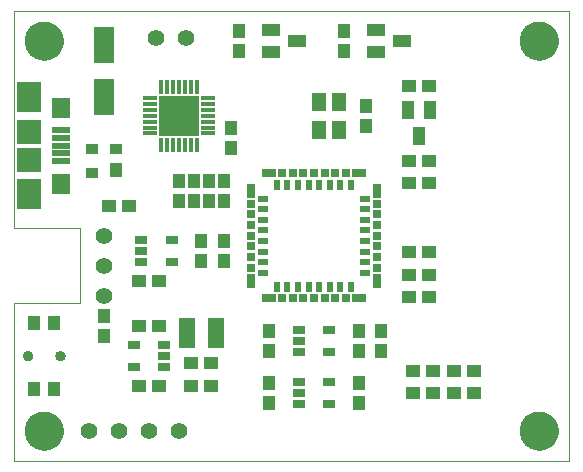
<source format=gts>
G75*
%MOIN*%
%OFA0B0*%
%FSLAX25Y25*%
%IPPOS*%
%LPD*%
%AMOC8*
5,1,8,0,0,1.08239X$1,22.5*
%
%ADD10C,0.00000*%
%ADD11C,0.12998*%
%ADD12R,0.06699X0.12211*%
%ADD13R,0.04337X0.04731*%
%ADD14R,0.04731X0.04337*%
%ADD15R,0.05912X0.01975*%
%ADD16R,0.07880X0.07880*%
%ADD17R,0.07880X0.09849*%
%ADD18R,0.06306X0.06699*%
%ADD19C,0.05550*%
%ADD20R,0.03943X0.03550*%
%ADD21R,0.03943X0.05124*%
%ADD22R,0.03707X0.02369*%
%ADD23R,0.02369X0.03707*%
%ADD24R,0.02959X0.04731*%
%ADD25R,0.02959X0.02959*%
%ADD26R,0.04731X0.02959*%
%ADD27R,0.05518X0.10439*%
%ADD28R,0.04337X0.05124*%
%ADD29C,0.03353*%
%ADD30R,0.05912X0.04337*%
%ADD31R,0.04337X0.05912*%
%ADD32R,0.01581X0.04534*%
%ADD33R,0.04534X0.01581*%
%ADD34R,0.13195X0.13195*%
%ADD35R,0.04337X0.02565*%
%ADD36R,0.05124X0.06306*%
D10*
X0017291Y0035785D02*
X0017291Y0088285D01*
X0039291Y0088285D01*
X0039291Y0113285D01*
X0017291Y0113285D01*
X0017291Y0185785D01*
X0202291Y0185785D01*
X0202291Y0035785D01*
X0017291Y0035785D01*
X0020992Y0045785D02*
X0020994Y0045943D01*
X0021000Y0046101D01*
X0021010Y0046259D01*
X0021024Y0046417D01*
X0021042Y0046574D01*
X0021063Y0046731D01*
X0021089Y0046887D01*
X0021119Y0047043D01*
X0021152Y0047198D01*
X0021190Y0047351D01*
X0021231Y0047504D01*
X0021276Y0047656D01*
X0021325Y0047807D01*
X0021378Y0047956D01*
X0021434Y0048104D01*
X0021494Y0048250D01*
X0021558Y0048395D01*
X0021626Y0048538D01*
X0021697Y0048680D01*
X0021771Y0048820D01*
X0021849Y0048957D01*
X0021931Y0049093D01*
X0022015Y0049227D01*
X0022104Y0049358D01*
X0022195Y0049487D01*
X0022290Y0049614D01*
X0022387Y0049739D01*
X0022488Y0049861D01*
X0022592Y0049980D01*
X0022699Y0050097D01*
X0022809Y0050211D01*
X0022922Y0050322D01*
X0023037Y0050431D01*
X0023155Y0050536D01*
X0023276Y0050638D01*
X0023399Y0050738D01*
X0023525Y0050834D01*
X0023653Y0050927D01*
X0023783Y0051017D01*
X0023916Y0051103D01*
X0024051Y0051187D01*
X0024187Y0051266D01*
X0024326Y0051343D01*
X0024467Y0051415D01*
X0024609Y0051485D01*
X0024753Y0051550D01*
X0024899Y0051612D01*
X0025046Y0051670D01*
X0025195Y0051725D01*
X0025345Y0051776D01*
X0025496Y0051823D01*
X0025648Y0051866D01*
X0025801Y0051905D01*
X0025956Y0051941D01*
X0026111Y0051972D01*
X0026267Y0052000D01*
X0026423Y0052024D01*
X0026580Y0052044D01*
X0026738Y0052060D01*
X0026895Y0052072D01*
X0027054Y0052080D01*
X0027212Y0052084D01*
X0027370Y0052084D01*
X0027528Y0052080D01*
X0027687Y0052072D01*
X0027844Y0052060D01*
X0028002Y0052044D01*
X0028159Y0052024D01*
X0028315Y0052000D01*
X0028471Y0051972D01*
X0028626Y0051941D01*
X0028781Y0051905D01*
X0028934Y0051866D01*
X0029086Y0051823D01*
X0029237Y0051776D01*
X0029387Y0051725D01*
X0029536Y0051670D01*
X0029683Y0051612D01*
X0029829Y0051550D01*
X0029973Y0051485D01*
X0030115Y0051415D01*
X0030256Y0051343D01*
X0030395Y0051266D01*
X0030531Y0051187D01*
X0030666Y0051103D01*
X0030799Y0051017D01*
X0030929Y0050927D01*
X0031057Y0050834D01*
X0031183Y0050738D01*
X0031306Y0050638D01*
X0031427Y0050536D01*
X0031545Y0050431D01*
X0031660Y0050322D01*
X0031773Y0050211D01*
X0031883Y0050097D01*
X0031990Y0049980D01*
X0032094Y0049861D01*
X0032195Y0049739D01*
X0032292Y0049614D01*
X0032387Y0049487D01*
X0032478Y0049358D01*
X0032567Y0049227D01*
X0032651Y0049093D01*
X0032733Y0048957D01*
X0032811Y0048820D01*
X0032885Y0048680D01*
X0032956Y0048538D01*
X0033024Y0048395D01*
X0033088Y0048250D01*
X0033148Y0048104D01*
X0033204Y0047956D01*
X0033257Y0047807D01*
X0033306Y0047656D01*
X0033351Y0047504D01*
X0033392Y0047351D01*
X0033430Y0047198D01*
X0033463Y0047043D01*
X0033493Y0046887D01*
X0033519Y0046731D01*
X0033540Y0046574D01*
X0033558Y0046417D01*
X0033572Y0046259D01*
X0033582Y0046101D01*
X0033588Y0045943D01*
X0033590Y0045785D01*
X0033588Y0045627D01*
X0033582Y0045469D01*
X0033572Y0045311D01*
X0033558Y0045153D01*
X0033540Y0044996D01*
X0033519Y0044839D01*
X0033493Y0044683D01*
X0033463Y0044527D01*
X0033430Y0044372D01*
X0033392Y0044219D01*
X0033351Y0044066D01*
X0033306Y0043914D01*
X0033257Y0043763D01*
X0033204Y0043614D01*
X0033148Y0043466D01*
X0033088Y0043320D01*
X0033024Y0043175D01*
X0032956Y0043032D01*
X0032885Y0042890D01*
X0032811Y0042750D01*
X0032733Y0042613D01*
X0032651Y0042477D01*
X0032567Y0042343D01*
X0032478Y0042212D01*
X0032387Y0042083D01*
X0032292Y0041956D01*
X0032195Y0041831D01*
X0032094Y0041709D01*
X0031990Y0041590D01*
X0031883Y0041473D01*
X0031773Y0041359D01*
X0031660Y0041248D01*
X0031545Y0041139D01*
X0031427Y0041034D01*
X0031306Y0040932D01*
X0031183Y0040832D01*
X0031057Y0040736D01*
X0030929Y0040643D01*
X0030799Y0040553D01*
X0030666Y0040467D01*
X0030531Y0040383D01*
X0030395Y0040304D01*
X0030256Y0040227D01*
X0030115Y0040155D01*
X0029973Y0040085D01*
X0029829Y0040020D01*
X0029683Y0039958D01*
X0029536Y0039900D01*
X0029387Y0039845D01*
X0029237Y0039794D01*
X0029086Y0039747D01*
X0028934Y0039704D01*
X0028781Y0039665D01*
X0028626Y0039629D01*
X0028471Y0039598D01*
X0028315Y0039570D01*
X0028159Y0039546D01*
X0028002Y0039526D01*
X0027844Y0039510D01*
X0027687Y0039498D01*
X0027528Y0039490D01*
X0027370Y0039486D01*
X0027212Y0039486D01*
X0027054Y0039490D01*
X0026895Y0039498D01*
X0026738Y0039510D01*
X0026580Y0039526D01*
X0026423Y0039546D01*
X0026267Y0039570D01*
X0026111Y0039598D01*
X0025956Y0039629D01*
X0025801Y0039665D01*
X0025648Y0039704D01*
X0025496Y0039747D01*
X0025345Y0039794D01*
X0025195Y0039845D01*
X0025046Y0039900D01*
X0024899Y0039958D01*
X0024753Y0040020D01*
X0024609Y0040085D01*
X0024467Y0040155D01*
X0024326Y0040227D01*
X0024187Y0040304D01*
X0024051Y0040383D01*
X0023916Y0040467D01*
X0023783Y0040553D01*
X0023653Y0040643D01*
X0023525Y0040736D01*
X0023399Y0040832D01*
X0023276Y0040932D01*
X0023155Y0041034D01*
X0023037Y0041139D01*
X0022922Y0041248D01*
X0022809Y0041359D01*
X0022699Y0041473D01*
X0022592Y0041590D01*
X0022488Y0041709D01*
X0022387Y0041831D01*
X0022290Y0041956D01*
X0022195Y0042083D01*
X0022104Y0042212D01*
X0022015Y0042343D01*
X0021931Y0042477D01*
X0021849Y0042613D01*
X0021771Y0042750D01*
X0021697Y0042890D01*
X0021626Y0043032D01*
X0021558Y0043175D01*
X0021494Y0043320D01*
X0021434Y0043466D01*
X0021378Y0043614D01*
X0021325Y0043763D01*
X0021276Y0043914D01*
X0021231Y0044066D01*
X0021190Y0044219D01*
X0021152Y0044372D01*
X0021119Y0044527D01*
X0021089Y0044683D01*
X0021063Y0044839D01*
X0021042Y0044996D01*
X0021024Y0045153D01*
X0021010Y0045311D01*
X0021000Y0045469D01*
X0020994Y0045627D01*
X0020992Y0045785D01*
X0020402Y0070785D02*
X0020404Y0070862D01*
X0020410Y0070938D01*
X0020420Y0071014D01*
X0020434Y0071089D01*
X0020451Y0071164D01*
X0020473Y0071237D01*
X0020498Y0071310D01*
X0020528Y0071381D01*
X0020560Y0071450D01*
X0020597Y0071517D01*
X0020636Y0071583D01*
X0020679Y0071646D01*
X0020726Y0071707D01*
X0020775Y0071766D01*
X0020828Y0071822D01*
X0020883Y0071875D01*
X0020941Y0071925D01*
X0021001Y0071972D01*
X0021064Y0072016D01*
X0021129Y0072057D01*
X0021196Y0072094D01*
X0021265Y0072128D01*
X0021335Y0072158D01*
X0021407Y0072184D01*
X0021481Y0072206D01*
X0021555Y0072225D01*
X0021630Y0072240D01*
X0021706Y0072251D01*
X0021782Y0072258D01*
X0021859Y0072261D01*
X0021935Y0072260D01*
X0022012Y0072255D01*
X0022088Y0072246D01*
X0022164Y0072233D01*
X0022238Y0072216D01*
X0022312Y0072196D01*
X0022385Y0072171D01*
X0022456Y0072143D01*
X0022526Y0072111D01*
X0022594Y0072076D01*
X0022660Y0072037D01*
X0022724Y0071995D01*
X0022785Y0071949D01*
X0022845Y0071900D01*
X0022901Y0071849D01*
X0022955Y0071794D01*
X0023006Y0071737D01*
X0023054Y0071677D01*
X0023099Y0071615D01*
X0023140Y0071550D01*
X0023178Y0071484D01*
X0023213Y0071416D01*
X0023243Y0071345D01*
X0023271Y0071274D01*
X0023294Y0071201D01*
X0023314Y0071127D01*
X0023330Y0071052D01*
X0023342Y0070976D01*
X0023350Y0070900D01*
X0023354Y0070823D01*
X0023354Y0070747D01*
X0023350Y0070670D01*
X0023342Y0070594D01*
X0023330Y0070518D01*
X0023314Y0070443D01*
X0023294Y0070369D01*
X0023271Y0070296D01*
X0023243Y0070225D01*
X0023213Y0070154D01*
X0023178Y0070086D01*
X0023140Y0070020D01*
X0023099Y0069955D01*
X0023054Y0069893D01*
X0023006Y0069833D01*
X0022955Y0069776D01*
X0022901Y0069721D01*
X0022845Y0069670D01*
X0022785Y0069621D01*
X0022724Y0069575D01*
X0022660Y0069533D01*
X0022594Y0069494D01*
X0022526Y0069459D01*
X0022456Y0069427D01*
X0022385Y0069399D01*
X0022312Y0069374D01*
X0022238Y0069354D01*
X0022164Y0069337D01*
X0022088Y0069324D01*
X0022012Y0069315D01*
X0021935Y0069310D01*
X0021859Y0069309D01*
X0021782Y0069312D01*
X0021706Y0069319D01*
X0021630Y0069330D01*
X0021555Y0069345D01*
X0021481Y0069364D01*
X0021407Y0069386D01*
X0021335Y0069412D01*
X0021265Y0069442D01*
X0021196Y0069476D01*
X0021129Y0069513D01*
X0021064Y0069554D01*
X0021001Y0069598D01*
X0020941Y0069645D01*
X0020883Y0069695D01*
X0020828Y0069748D01*
X0020775Y0069804D01*
X0020726Y0069863D01*
X0020679Y0069924D01*
X0020636Y0069987D01*
X0020597Y0070053D01*
X0020560Y0070120D01*
X0020528Y0070189D01*
X0020498Y0070260D01*
X0020473Y0070333D01*
X0020451Y0070406D01*
X0020434Y0070481D01*
X0020420Y0070556D01*
X0020410Y0070632D01*
X0020404Y0070708D01*
X0020402Y0070785D01*
X0031229Y0070785D02*
X0031231Y0070862D01*
X0031237Y0070938D01*
X0031247Y0071014D01*
X0031261Y0071089D01*
X0031278Y0071164D01*
X0031300Y0071237D01*
X0031325Y0071310D01*
X0031355Y0071381D01*
X0031387Y0071450D01*
X0031424Y0071517D01*
X0031463Y0071583D01*
X0031506Y0071646D01*
X0031553Y0071707D01*
X0031602Y0071766D01*
X0031655Y0071822D01*
X0031710Y0071875D01*
X0031768Y0071925D01*
X0031828Y0071972D01*
X0031891Y0072016D01*
X0031956Y0072057D01*
X0032023Y0072094D01*
X0032092Y0072128D01*
X0032162Y0072158D01*
X0032234Y0072184D01*
X0032308Y0072206D01*
X0032382Y0072225D01*
X0032457Y0072240D01*
X0032533Y0072251D01*
X0032609Y0072258D01*
X0032686Y0072261D01*
X0032762Y0072260D01*
X0032839Y0072255D01*
X0032915Y0072246D01*
X0032991Y0072233D01*
X0033065Y0072216D01*
X0033139Y0072196D01*
X0033212Y0072171D01*
X0033283Y0072143D01*
X0033353Y0072111D01*
X0033421Y0072076D01*
X0033487Y0072037D01*
X0033551Y0071995D01*
X0033612Y0071949D01*
X0033672Y0071900D01*
X0033728Y0071849D01*
X0033782Y0071794D01*
X0033833Y0071737D01*
X0033881Y0071677D01*
X0033926Y0071615D01*
X0033967Y0071550D01*
X0034005Y0071484D01*
X0034040Y0071416D01*
X0034070Y0071345D01*
X0034098Y0071274D01*
X0034121Y0071201D01*
X0034141Y0071127D01*
X0034157Y0071052D01*
X0034169Y0070976D01*
X0034177Y0070900D01*
X0034181Y0070823D01*
X0034181Y0070747D01*
X0034177Y0070670D01*
X0034169Y0070594D01*
X0034157Y0070518D01*
X0034141Y0070443D01*
X0034121Y0070369D01*
X0034098Y0070296D01*
X0034070Y0070225D01*
X0034040Y0070154D01*
X0034005Y0070086D01*
X0033967Y0070020D01*
X0033926Y0069955D01*
X0033881Y0069893D01*
X0033833Y0069833D01*
X0033782Y0069776D01*
X0033728Y0069721D01*
X0033672Y0069670D01*
X0033612Y0069621D01*
X0033551Y0069575D01*
X0033487Y0069533D01*
X0033421Y0069494D01*
X0033353Y0069459D01*
X0033283Y0069427D01*
X0033212Y0069399D01*
X0033139Y0069374D01*
X0033065Y0069354D01*
X0032991Y0069337D01*
X0032915Y0069324D01*
X0032839Y0069315D01*
X0032762Y0069310D01*
X0032686Y0069309D01*
X0032609Y0069312D01*
X0032533Y0069319D01*
X0032457Y0069330D01*
X0032382Y0069345D01*
X0032308Y0069364D01*
X0032234Y0069386D01*
X0032162Y0069412D01*
X0032092Y0069442D01*
X0032023Y0069476D01*
X0031956Y0069513D01*
X0031891Y0069554D01*
X0031828Y0069598D01*
X0031768Y0069645D01*
X0031710Y0069695D01*
X0031655Y0069748D01*
X0031602Y0069804D01*
X0031553Y0069863D01*
X0031506Y0069924D01*
X0031463Y0069987D01*
X0031424Y0070053D01*
X0031387Y0070120D01*
X0031355Y0070189D01*
X0031325Y0070260D01*
X0031300Y0070333D01*
X0031278Y0070406D01*
X0031261Y0070481D01*
X0031247Y0070556D01*
X0031237Y0070632D01*
X0031231Y0070708D01*
X0031229Y0070785D01*
X0020992Y0175785D02*
X0020994Y0175943D01*
X0021000Y0176101D01*
X0021010Y0176259D01*
X0021024Y0176417D01*
X0021042Y0176574D01*
X0021063Y0176731D01*
X0021089Y0176887D01*
X0021119Y0177043D01*
X0021152Y0177198D01*
X0021190Y0177351D01*
X0021231Y0177504D01*
X0021276Y0177656D01*
X0021325Y0177807D01*
X0021378Y0177956D01*
X0021434Y0178104D01*
X0021494Y0178250D01*
X0021558Y0178395D01*
X0021626Y0178538D01*
X0021697Y0178680D01*
X0021771Y0178820D01*
X0021849Y0178957D01*
X0021931Y0179093D01*
X0022015Y0179227D01*
X0022104Y0179358D01*
X0022195Y0179487D01*
X0022290Y0179614D01*
X0022387Y0179739D01*
X0022488Y0179861D01*
X0022592Y0179980D01*
X0022699Y0180097D01*
X0022809Y0180211D01*
X0022922Y0180322D01*
X0023037Y0180431D01*
X0023155Y0180536D01*
X0023276Y0180638D01*
X0023399Y0180738D01*
X0023525Y0180834D01*
X0023653Y0180927D01*
X0023783Y0181017D01*
X0023916Y0181103D01*
X0024051Y0181187D01*
X0024187Y0181266D01*
X0024326Y0181343D01*
X0024467Y0181415D01*
X0024609Y0181485D01*
X0024753Y0181550D01*
X0024899Y0181612D01*
X0025046Y0181670D01*
X0025195Y0181725D01*
X0025345Y0181776D01*
X0025496Y0181823D01*
X0025648Y0181866D01*
X0025801Y0181905D01*
X0025956Y0181941D01*
X0026111Y0181972D01*
X0026267Y0182000D01*
X0026423Y0182024D01*
X0026580Y0182044D01*
X0026738Y0182060D01*
X0026895Y0182072D01*
X0027054Y0182080D01*
X0027212Y0182084D01*
X0027370Y0182084D01*
X0027528Y0182080D01*
X0027687Y0182072D01*
X0027844Y0182060D01*
X0028002Y0182044D01*
X0028159Y0182024D01*
X0028315Y0182000D01*
X0028471Y0181972D01*
X0028626Y0181941D01*
X0028781Y0181905D01*
X0028934Y0181866D01*
X0029086Y0181823D01*
X0029237Y0181776D01*
X0029387Y0181725D01*
X0029536Y0181670D01*
X0029683Y0181612D01*
X0029829Y0181550D01*
X0029973Y0181485D01*
X0030115Y0181415D01*
X0030256Y0181343D01*
X0030395Y0181266D01*
X0030531Y0181187D01*
X0030666Y0181103D01*
X0030799Y0181017D01*
X0030929Y0180927D01*
X0031057Y0180834D01*
X0031183Y0180738D01*
X0031306Y0180638D01*
X0031427Y0180536D01*
X0031545Y0180431D01*
X0031660Y0180322D01*
X0031773Y0180211D01*
X0031883Y0180097D01*
X0031990Y0179980D01*
X0032094Y0179861D01*
X0032195Y0179739D01*
X0032292Y0179614D01*
X0032387Y0179487D01*
X0032478Y0179358D01*
X0032567Y0179227D01*
X0032651Y0179093D01*
X0032733Y0178957D01*
X0032811Y0178820D01*
X0032885Y0178680D01*
X0032956Y0178538D01*
X0033024Y0178395D01*
X0033088Y0178250D01*
X0033148Y0178104D01*
X0033204Y0177956D01*
X0033257Y0177807D01*
X0033306Y0177656D01*
X0033351Y0177504D01*
X0033392Y0177351D01*
X0033430Y0177198D01*
X0033463Y0177043D01*
X0033493Y0176887D01*
X0033519Y0176731D01*
X0033540Y0176574D01*
X0033558Y0176417D01*
X0033572Y0176259D01*
X0033582Y0176101D01*
X0033588Y0175943D01*
X0033590Y0175785D01*
X0033588Y0175627D01*
X0033582Y0175469D01*
X0033572Y0175311D01*
X0033558Y0175153D01*
X0033540Y0174996D01*
X0033519Y0174839D01*
X0033493Y0174683D01*
X0033463Y0174527D01*
X0033430Y0174372D01*
X0033392Y0174219D01*
X0033351Y0174066D01*
X0033306Y0173914D01*
X0033257Y0173763D01*
X0033204Y0173614D01*
X0033148Y0173466D01*
X0033088Y0173320D01*
X0033024Y0173175D01*
X0032956Y0173032D01*
X0032885Y0172890D01*
X0032811Y0172750D01*
X0032733Y0172613D01*
X0032651Y0172477D01*
X0032567Y0172343D01*
X0032478Y0172212D01*
X0032387Y0172083D01*
X0032292Y0171956D01*
X0032195Y0171831D01*
X0032094Y0171709D01*
X0031990Y0171590D01*
X0031883Y0171473D01*
X0031773Y0171359D01*
X0031660Y0171248D01*
X0031545Y0171139D01*
X0031427Y0171034D01*
X0031306Y0170932D01*
X0031183Y0170832D01*
X0031057Y0170736D01*
X0030929Y0170643D01*
X0030799Y0170553D01*
X0030666Y0170467D01*
X0030531Y0170383D01*
X0030395Y0170304D01*
X0030256Y0170227D01*
X0030115Y0170155D01*
X0029973Y0170085D01*
X0029829Y0170020D01*
X0029683Y0169958D01*
X0029536Y0169900D01*
X0029387Y0169845D01*
X0029237Y0169794D01*
X0029086Y0169747D01*
X0028934Y0169704D01*
X0028781Y0169665D01*
X0028626Y0169629D01*
X0028471Y0169598D01*
X0028315Y0169570D01*
X0028159Y0169546D01*
X0028002Y0169526D01*
X0027844Y0169510D01*
X0027687Y0169498D01*
X0027528Y0169490D01*
X0027370Y0169486D01*
X0027212Y0169486D01*
X0027054Y0169490D01*
X0026895Y0169498D01*
X0026738Y0169510D01*
X0026580Y0169526D01*
X0026423Y0169546D01*
X0026267Y0169570D01*
X0026111Y0169598D01*
X0025956Y0169629D01*
X0025801Y0169665D01*
X0025648Y0169704D01*
X0025496Y0169747D01*
X0025345Y0169794D01*
X0025195Y0169845D01*
X0025046Y0169900D01*
X0024899Y0169958D01*
X0024753Y0170020D01*
X0024609Y0170085D01*
X0024467Y0170155D01*
X0024326Y0170227D01*
X0024187Y0170304D01*
X0024051Y0170383D01*
X0023916Y0170467D01*
X0023783Y0170553D01*
X0023653Y0170643D01*
X0023525Y0170736D01*
X0023399Y0170832D01*
X0023276Y0170932D01*
X0023155Y0171034D01*
X0023037Y0171139D01*
X0022922Y0171248D01*
X0022809Y0171359D01*
X0022699Y0171473D01*
X0022592Y0171590D01*
X0022488Y0171709D01*
X0022387Y0171831D01*
X0022290Y0171956D01*
X0022195Y0172083D01*
X0022104Y0172212D01*
X0022015Y0172343D01*
X0021931Y0172477D01*
X0021849Y0172613D01*
X0021771Y0172750D01*
X0021697Y0172890D01*
X0021626Y0173032D01*
X0021558Y0173175D01*
X0021494Y0173320D01*
X0021434Y0173466D01*
X0021378Y0173614D01*
X0021325Y0173763D01*
X0021276Y0173914D01*
X0021231Y0174066D01*
X0021190Y0174219D01*
X0021152Y0174372D01*
X0021119Y0174527D01*
X0021089Y0174683D01*
X0021063Y0174839D01*
X0021042Y0174996D01*
X0021024Y0175153D01*
X0021010Y0175311D01*
X0021000Y0175469D01*
X0020994Y0175627D01*
X0020992Y0175785D01*
X0185992Y0175785D02*
X0185994Y0175943D01*
X0186000Y0176101D01*
X0186010Y0176259D01*
X0186024Y0176417D01*
X0186042Y0176574D01*
X0186063Y0176731D01*
X0186089Y0176887D01*
X0186119Y0177043D01*
X0186152Y0177198D01*
X0186190Y0177351D01*
X0186231Y0177504D01*
X0186276Y0177656D01*
X0186325Y0177807D01*
X0186378Y0177956D01*
X0186434Y0178104D01*
X0186494Y0178250D01*
X0186558Y0178395D01*
X0186626Y0178538D01*
X0186697Y0178680D01*
X0186771Y0178820D01*
X0186849Y0178957D01*
X0186931Y0179093D01*
X0187015Y0179227D01*
X0187104Y0179358D01*
X0187195Y0179487D01*
X0187290Y0179614D01*
X0187387Y0179739D01*
X0187488Y0179861D01*
X0187592Y0179980D01*
X0187699Y0180097D01*
X0187809Y0180211D01*
X0187922Y0180322D01*
X0188037Y0180431D01*
X0188155Y0180536D01*
X0188276Y0180638D01*
X0188399Y0180738D01*
X0188525Y0180834D01*
X0188653Y0180927D01*
X0188783Y0181017D01*
X0188916Y0181103D01*
X0189051Y0181187D01*
X0189187Y0181266D01*
X0189326Y0181343D01*
X0189467Y0181415D01*
X0189609Y0181485D01*
X0189753Y0181550D01*
X0189899Y0181612D01*
X0190046Y0181670D01*
X0190195Y0181725D01*
X0190345Y0181776D01*
X0190496Y0181823D01*
X0190648Y0181866D01*
X0190801Y0181905D01*
X0190956Y0181941D01*
X0191111Y0181972D01*
X0191267Y0182000D01*
X0191423Y0182024D01*
X0191580Y0182044D01*
X0191738Y0182060D01*
X0191895Y0182072D01*
X0192054Y0182080D01*
X0192212Y0182084D01*
X0192370Y0182084D01*
X0192528Y0182080D01*
X0192687Y0182072D01*
X0192844Y0182060D01*
X0193002Y0182044D01*
X0193159Y0182024D01*
X0193315Y0182000D01*
X0193471Y0181972D01*
X0193626Y0181941D01*
X0193781Y0181905D01*
X0193934Y0181866D01*
X0194086Y0181823D01*
X0194237Y0181776D01*
X0194387Y0181725D01*
X0194536Y0181670D01*
X0194683Y0181612D01*
X0194829Y0181550D01*
X0194973Y0181485D01*
X0195115Y0181415D01*
X0195256Y0181343D01*
X0195395Y0181266D01*
X0195531Y0181187D01*
X0195666Y0181103D01*
X0195799Y0181017D01*
X0195929Y0180927D01*
X0196057Y0180834D01*
X0196183Y0180738D01*
X0196306Y0180638D01*
X0196427Y0180536D01*
X0196545Y0180431D01*
X0196660Y0180322D01*
X0196773Y0180211D01*
X0196883Y0180097D01*
X0196990Y0179980D01*
X0197094Y0179861D01*
X0197195Y0179739D01*
X0197292Y0179614D01*
X0197387Y0179487D01*
X0197478Y0179358D01*
X0197567Y0179227D01*
X0197651Y0179093D01*
X0197733Y0178957D01*
X0197811Y0178820D01*
X0197885Y0178680D01*
X0197956Y0178538D01*
X0198024Y0178395D01*
X0198088Y0178250D01*
X0198148Y0178104D01*
X0198204Y0177956D01*
X0198257Y0177807D01*
X0198306Y0177656D01*
X0198351Y0177504D01*
X0198392Y0177351D01*
X0198430Y0177198D01*
X0198463Y0177043D01*
X0198493Y0176887D01*
X0198519Y0176731D01*
X0198540Y0176574D01*
X0198558Y0176417D01*
X0198572Y0176259D01*
X0198582Y0176101D01*
X0198588Y0175943D01*
X0198590Y0175785D01*
X0198588Y0175627D01*
X0198582Y0175469D01*
X0198572Y0175311D01*
X0198558Y0175153D01*
X0198540Y0174996D01*
X0198519Y0174839D01*
X0198493Y0174683D01*
X0198463Y0174527D01*
X0198430Y0174372D01*
X0198392Y0174219D01*
X0198351Y0174066D01*
X0198306Y0173914D01*
X0198257Y0173763D01*
X0198204Y0173614D01*
X0198148Y0173466D01*
X0198088Y0173320D01*
X0198024Y0173175D01*
X0197956Y0173032D01*
X0197885Y0172890D01*
X0197811Y0172750D01*
X0197733Y0172613D01*
X0197651Y0172477D01*
X0197567Y0172343D01*
X0197478Y0172212D01*
X0197387Y0172083D01*
X0197292Y0171956D01*
X0197195Y0171831D01*
X0197094Y0171709D01*
X0196990Y0171590D01*
X0196883Y0171473D01*
X0196773Y0171359D01*
X0196660Y0171248D01*
X0196545Y0171139D01*
X0196427Y0171034D01*
X0196306Y0170932D01*
X0196183Y0170832D01*
X0196057Y0170736D01*
X0195929Y0170643D01*
X0195799Y0170553D01*
X0195666Y0170467D01*
X0195531Y0170383D01*
X0195395Y0170304D01*
X0195256Y0170227D01*
X0195115Y0170155D01*
X0194973Y0170085D01*
X0194829Y0170020D01*
X0194683Y0169958D01*
X0194536Y0169900D01*
X0194387Y0169845D01*
X0194237Y0169794D01*
X0194086Y0169747D01*
X0193934Y0169704D01*
X0193781Y0169665D01*
X0193626Y0169629D01*
X0193471Y0169598D01*
X0193315Y0169570D01*
X0193159Y0169546D01*
X0193002Y0169526D01*
X0192844Y0169510D01*
X0192687Y0169498D01*
X0192528Y0169490D01*
X0192370Y0169486D01*
X0192212Y0169486D01*
X0192054Y0169490D01*
X0191895Y0169498D01*
X0191738Y0169510D01*
X0191580Y0169526D01*
X0191423Y0169546D01*
X0191267Y0169570D01*
X0191111Y0169598D01*
X0190956Y0169629D01*
X0190801Y0169665D01*
X0190648Y0169704D01*
X0190496Y0169747D01*
X0190345Y0169794D01*
X0190195Y0169845D01*
X0190046Y0169900D01*
X0189899Y0169958D01*
X0189753Y0170020D01*
X0189609Y0170085D01*
X0189467Y0170155D01*
X0189326Y0170227D01*
X0189187Y0170304D01*
X0189051Y0170383D01*
X0188916Y0170467D01*
X0188783Y0170553D01*
X0188653Y0170643D01*
X0188525Y0170736D01*
X0188399Y0170832D01*
X0188276Y0170932D01*
X0188155Y0171034D01*
X0188037Y0171139D01*
X0187922Y0171248D01*
X0187809Y0171359D01*
X0187699Y0171473D01*
X0187592Y0171590D01*
X0187488Y0171709D01*
X0187387Y0171831D01*
X0187290Y0171956D01*
X0187195Y0172083D01*
X0187104Y0172212D01*
X0187015Y0172343D01*
X0186931Y0172477D01*
X0186849Y0172613D01*
X0186771Y0172750D01*
X0186697Y0172890D01*
X0186626Y0173032D01*
X0186558Y0173175D01*
X0186494Y0173320D01*
X0186434Y0173466D01*
X0186378Y0173614D01*
X0186325Y0173763D01*
X0186276Y0173914D01*
X0186231Y0174066D01*
X0186190Y0174219D01*
X0186152Y0174372D01*
X0186119Y0174527D01*
X0186089Y0174683D01*
X0186063Y0174839D01*
X0186042Y0174996D01*
X0186024Y0175153D01*
X0186010Y0175311D01*
X0186000Y0175469D01*
X0185994Y0175627D01*
X0185992Y0175785D01*
X0185992Y0045785D02*
X0185994Y0045943D01*
X0186000Y0046101D01*
X0186010Y0046259D01*
X0186024Y0046417D01*
X0186042Y0046574D01*
X0186063Y0046731D01*
X0186089Y0046887D01*
X0186119Y0047043D01*
X0186152Y0047198D01*
X0186190Y0047351D01*
X0186231Y0047504D01*
X0186276Y0047656D01*
X0186325Y0047807D01*
X0186378Y0047956D01*
X0186434Y0048104D01*
X0186494Y0048250D01*
X0186558Y0048395D01*
X0186626Y0048538D01*
X0186697Y0048680D01*
X0186771Y0048820D01*
X0186849Y0048957D01*
X0186931Y0049093D01*
X0187015Y0049227D01*
X0187104Y0049358D01*
X0187195Y0049487D01*
X0187290Y0049614D01*
X0187387Y0049739D01*
X0187488Y0049861D01*
X0187592Y0049980D01*
X0187699Y0050097D01*
X0187809Y0050211D01*
X0187922Y0050322D01*
X0188037Y0050431D01*
X0188155Y0050536D01*
X0188276Y0050638D01*
X0188399Y0050738D01*
X0188525Y0050834D01*
X0188653Y0050927D01*
X0188783Y0051017D01*
X0188916Y0051103D01*
X0189051Y0051187D01*
X0189187Y0051266D01*
X0189326Y0051343D01*
X0189467Y0051415D01*
X0189609Y0051485D01*
X0189753Y0051550D01*
X0189899Y0051612D01*
X0190046Y0051670D01*
X0190195Y0051725D01*
X0190345Y0051776D01*
X0190496Y0051823D01*
X0190648Y0051866D01*
X0190801Y0051905D01*
X0190956Y0051941D01*
X0191111Y0051972D01*
X0191267Y0052000D01*
X0191423Y0052024D01*
X0191580Y0052044D01*
X0191738Y0052060D01*
X0191895Y0052072D01*
X0192054Y0052080D01*
X0192212Y0052084D01*
X0192370Y0052084D01*
X0192528Y0052080D01*
X0192687Y0052072D01*
X0192844Y0052060D01*
X0193002Y0052044D01*
X0193159Y0052024D01*
X0193315Y0052000D01*
X0193471Y0051972D01*
X0193626Y0051941D01*
X0193781Y0051905D01*
X0193934Y0051866D01*
X0194086Y0051823D01*
X0194237Y0051776D01*
X0194387Y0051725D01*
X0194536Y0051670D01*
X0194683Y0051612D01*
X0194829Y0051550D01*
X0194973Y0051485D01*
X0195115Y0051415D01*
X0195256Y0051343D01*
X0195395Y0051266D01*
X0195531Y0051187D01*
X0195666Y0051103D01*
X0195799Y0051017D01*
X0195929Y0050927D01*
X0196057Y0050834D01*
X0196183Y0050738D01*
X0196306Y0050638D01*
X0196427Y0050536D01*
X0196545Y0050431D01*
X0196660Y0050322D01*
X0196773Y0050211D01*
X0196883Y0050097D01*
X0196990Y0049980D01*
X0197094Y0049861D01*
X0197195Y0049739D01*
X0197292Y0049614D01*
X0197387Y0049487D01*
X0197478Y0049358D01*
X0197567Y0049227D01*
X0197651Y0049093D01*
X0197733Y0048957D01*
X0197811Y0048820D01*
X0197885Y0048680D01*
X0197956Y0048538D01*
X0198024Y0048395D01*
X0198088Y0048250D01*
X0198148Y0048104D01*
X0198204Y0047956D01*
X0198257Y0047807D01*
X0198306Y0047656D01*
X0198351Y0047504D01*
X0198392Y0047351D01*
X0198430Y0047198D01*
X0198463Y0047043D01*
X0198493Y0046887D01*
X0198519Y0046731D01*
X0198540Y0046574D01*
X0198558Y0046417D01*
X0198572Y0046259D01*
X0198582Y0046101D01*
X0198588Y0045943D01*
X0198590Y0045785D01*
X0198588Y0045627D01*
X0198582Y0045469D01*
X0198572Y0045311D01*
X0198558Y0045153D01*
X0198540Y0044996D01*
X0198519Y0044839D01*
X0198493Y0044683D01*
X0198463Y0044527D01*
X0198430Y0044372D01*
X0198392Y0044219D01*
X0198351Y0044066D01*
X0198306Y0043914D01*
X0198257Y0043763D01*
X0198204Y0043614D01*
X0198148Y0043466D01*
X0198088Y0043320D01*
X0198024Y0043175D01*
X0197956Y0043032D01*
X0197885Y0042890D01*
X0197811Y0042750D01*
X0197733Y0042613D01*
X0197651Y0042477D01*
X0197567Y0042343D01*
X0197478Y0042212D01*
X0197387Y0042083D01*
X0197292Y0041956D01*
X0197195Y0041831D01*
X0197094Y0041709D01*
X0196990Y0041590D01*
X0196883Y0041473D01*
X0196773Y0041359D01*
X0196660Y0041248D01*
X0196545Y0041139D01*
X0196427Y0041034D01*
X0196306Y0040932D01*
X0196183Y0040832D01*
X0196057Y0040736D01*
X0195929Y0040643D01*
X0195799Y0040553D01*
X0195666Y0040467D01*
X0195531Y0040383D01*
X0195395Y0040304D01*
X0195256Y0040227D01*
X0195115Y0040155D01*
X0194973Y0040085D01*
X0194829Y0040020D01*
X0194683Y0039958D01*
X0194536Y0039900D01*
X0194387Y0039845D01*
X0194237Y0039794D01*
X0194086Y0039747D01*
X0193934Y0039704D01*
X0193781Y0039665D01*
X0193626Y0039629D01*
X0193471Y0039598D01*
X0193315Y0039570D01*
X0193159Y0039546D01*
X0193002Y0039526D01*
X0192844Y0039510D01*
X0192687Y0039498D01*
X0192528Y0039490D01*
X0192370Y0039486D01*
X0192212Y0039486D01*
X0192054Y0039490D01*
X0191895Y0039498D01*
X0191738Y0039510D01*
X0191580Y0039526D01*
X0191423Y0039546D01*
X0191267Y0039570D01*
X0191111Y0039598D01*
X0190956Y0039629D01*
X0190801Y0039665D01*
X0190648Y0039704D01*
X0190496Y0039747D01*
X0190345Y0039794D01*
X0190195Y0039845D01*
X0190046Y0039900D01*
X0189899Y0039958D01*
X0189753Y0040020D01*
X0189609Y0040085D01*
X0189467Y0040155D01*
X0189326Y0040227D01*
X0189187Y0040304D01*
X0189051Y0040383D01*
X0188916Y0040467D01*
X0188783Y0040553D01*
X0188653Y0040643D01*
X0188525Y0040736D01*
X0188399Y0040832D01*
X0188276Y0040932D01*
X0188155Y0041034D01*
X0188037Y0041139D01*
X0187922Y0041248D01*
X0187809Y0041359D01*
X0187699Y0041473D01*
X0187592Y0041590D01*
X0187488Y0041709D01*
X0187387Y0041831D01*
X0187290Y0041956D01*
X0187195Y0042083D01*
X0187104Y0042212D01*
X0187015Y0042343D01*
X0186931Y0042477D01*
X0186849Y0042613D01*
X0186771Y0042750D01*
X0186697Y0042890D01*
X0186626Y0043032D01*
X0186558Y0043175D01*
X0186494Y0043320D01*
X0186434Y0043466D01*
X0186378Y0043614D01*
X0186325Y0043763D01*
X0186276Y0043914D01*
X0186231Y0044066D01*
X0186190Y0044219D01*
X0186152Y0044372D01*
X0186119Y0044527D01*
X0186089Y0044683D01*
X0186063Y0044839D01*
X0186042Y0044996D01*
X0186024Y0045153D01*
X0186010Y0045311D01*
X0186000Y0045469D01*
X0185994Y0045627D01*
X0185992Y0045785D01*
D11*
X0192291Y0045785D03*
X0192291Y0175785D03*
X0027291Y0175785D03*
X0027291Y0045785D03*
D12*
X0047291Y0157124D03*
X0047291Y0174447D03*
D13*
X0089791Y0146632D03*
X0089791Y0139939D03*
X0087291Y0129132D03*
X0082291Y0129132D03*
X0077291Y0129132D03*
X0072291Y0129132D03*
X0072291Y0122439D03*
X0077291Y0122439D03*
X0082291Y0122439D03*
X0087291Y0122439D03*
X0087291Y0109132D03*
X0087291Y0102439D03*
X0079791Y0102439D03*
X0079791Y0109132D03*
X0102291Y0079132D03*
X0102291Y0072439D03*
X0102291Y0061632D03*
X0102291Y0054939D03*
X0132291Y0054939D03*
X0132291Y0061632D03*
X0132291Y0072439D03*
X0132291Y0079132D03*
X0139791Y0079132D03*
X0139791Y0072439D03*
X0134791Y0147439D03*
X0134791Y0154132D03*
X0127291Y0172439D03*
X0127291Y0179132D03*
X0092291Y0179132D03*
X0092291Y0172439D03*
X0047291Y0084132D03*
X0047291Y0077439D03*
D14*
X0058945Y0080785D03*
X0065638Y0080785D03*
X0076445Y0068285D03*
X0083138Y0068285D03*
X0083138Y0060785D03*
X0076445Y0060785D03*
X0065638Y0060785D03*
X0058945Y0060785D03*
X0058945Y0095785D03*
X0065638Y0095785D03*
X0055638Y0120785D03*
X0048945Y0120785D03*
X0148945Y0128285D03*
X0155638Y0128285D03*
X0155638Y0135785D03*
X0148945Y0135785D03*
X0148945Y0160785D03*
X0155638Y0160785D03*
X0155638Y0105285D03*
X0148945Y0105285D03*
X0148945Y0097785D03*
X0155638Y0097785D03*
X0155638Y0090285D03*
X0148945Y0090285D03*
X0150445Y0065785D03*
X0150445Y0058285D03*
X0157138Y0058285D03*
X0163945Y0058285D03*
X0170638Y0058285D03*
X0170638Y0065785D03*
X0163945Y0065785D03*
X0157138Y0065785D03*
D15*
X0033118Y0135667D03*
X0033118Y0138226D03*
X0033118Y0140785D03*
X0033118Y0143344D03*
X0033118Y0145903D03*
D16*
X0022291Y0145510D03*
X0022291Y0136061D03*
D17*
X0022291Y0124643D03*
X0022291Y0156927D03*
D18*
X0032921Y0153384D03*
X0032921Y0128187D03*
D19*
X0047291Y0110785D03*
X0047291Y0100785D03*
X0047291Y0090785D03*
X0042291Y0045785D03*
X0052291Y0045785D03*
X0062291Y0045785D03*
X0072291Y0045785D03*
X0074791Y0176785D03*
X0064791Y0176785D03*
D20*
X0051228Y0139722D03*
X0043354Y0139722D03*
X0043354Y0131848D03*
D21*
X0051228Y0132636D03*
D22*
X0100323Y0123187D03*
X0100323Y0119643D03*
X0100323Y0116100D03*
X0100323Y0112557D03*
X0100323Y0109013D03*
X0100323Y0105470D03*
X0100323Y0101927D03*
X0100323Y0098384D03*
X0134260Y0098384D03*
X0134260Y0101927D03*
X0134260Y0105470D03*
X0134260Y0109013D03*
X0134260Y0112557D03*
X0134260Y0116100D03*
X0134260Y0119643D03*
X0134260Y0123187D03*
D23*
X0129693Y0127754D03*
X0126150Y0127754D03*
X0122606Y0127754D03*
X0119063Y0127754D03*
X0115520Y0127754D03*
X0111976Y0127754D03*
X0108433Y0127754D03*
X0104890Y0127754D03*
X0104890Y0093817D03*
X0108433Y0093817D03*
X0111976Y0093817D03*
X0115520Y0093817D03*
X0119063Y0093817D03*
X0122606Y0093817D03*
X0126150Y0093817D03*
X0129693Y0093817D03*
D24*
X0138177Y0095726D03*
X0138177Y0125844D03*
X0096406Y0125844D03*
X0096406Y0095726D03*
D25*
X0096406Y0100155D03*
X0096406Y0103699D03*
X0096406Y0107242D03*
X0096406Y0110785D03*
X0096406Y0114328D03*
X0096406Y0117872D03*
X0096406Y0121415D03*
X0106661Y0131671D03*
X0110205Y0131671D03*
X0113748Y0131671D03*
X0117291Y0131671D03*
X0120835Y0131671D03*
X0124378Y0131671D03*
X0127921Y0131671D03*
X0138177Y0121415D03*
X0138177Y0117872D03*
X0138177Y0114328D03*
X0138177Y0110785D03*
X0138177Y0107242D03*
X0138177Y0103699D03*
X0138177Y0100155D03*
X0127921Y0089899D03*
X0124378Y0089899D03*
X0120835Y0089899D03*
X0117291Y0089899D03*
X0113748Y0089899D03*
X0110205Y0089899D03*
X0106661Y0089899D03*
D26*
X0102232Y0089899D03*
X0132350Y0089899D03*
X0132350Y0131671D03*
X0102232Y0131671D03*
D27*
X0084713Y0078285D03*
X0074870Y0078285D03*
D28*
X0030638Y0081809D03*
X0023945Y0081809D03*
X0023945Y0059762D03*
X0030638Y0059762D03*
D29*
X0032705Y0070785D03*
X0021878Y0070785D03*
D30*
X0102961Y0172045D03*
X0102961Y0179525D03*
X0111622Y0175785D03*
X0137961Y0172045D03*
X0137961Y0179525D03*
X0146622Y0175785D03*
D31*
X0148551Y0152616D03*
X0156031Y0152616D03*
X0152291Y0143954D03*
D32*
X0078197Y0141139D03*
X0076228Y0141139D03*
X0074260Y0141139D03*
X0072291Y0141139D03*
X0070323Y0141139D03*
X0068354Y0141139D03*
X0066386Y0141139D03*
X0066386Y0160431D03*
X0068354Y0160431D03*
X0070323Y0160431D03*
X0072291Y0160431D03*
X0074260Y0160431D03*
X0076228Y0160431D03*
X0078197Y0160431D03*
D33*
X0081937Y0156691D03*
X0081937Y0154722D03*
X0081937Y0152754D03*
X0081937Y0150785D03*
X0081937Y0148817D03*
X0081937Y0146848D03*
X0081937Y0144880D03*
X0062646Y0144880D03*
X0062646Y0146848D03*
X0062646Y0148817D03*
X0062646Y0150785D03*
X0062646Y0152754D03*
X0062646Y0154722D03*
X0062646Y0156691D03*
D34*
X0072291Y0150785D03*
D35*
X0069909Y0109525D03*
X0069909Y0102045D03*
X0059673Y0102045D03*
X0059673Y0105785D03*
X0059673Y0109525D03*
X0057173Y0074525D03*
X0057173Y0067045D03*
X0067409Y0067045D03*
X0067409Y0070785D03*
X0067409Y0074525D03*
X0112173Y0075785D03*
X0112173Y0079525D03*
X0112173Y0072045D03*
X0112173Y0062025D03*
X0112173Y0058285D03*
X0112173Y0054545D03*
X0122409Y0054545D03*
X0122409Y0062025D03*
X0122409Y0072045D03*
X0122409Y0079525D03*
D36*
X0125638Y0146061D03*
X0118945Y0146061D03*
X0118945Y0155510D03*
X0125638Y0155510D03*
M02*

</source>
